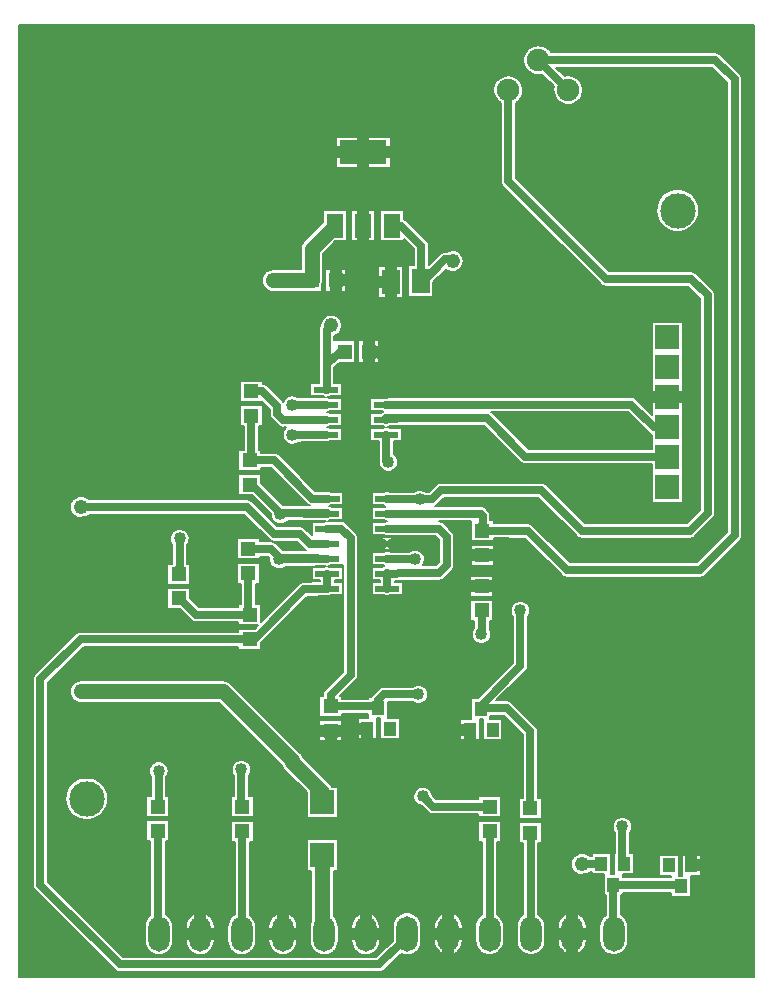
<source format=gbr>
%FSLAX23Y23*%
%MOIN*%
%ADD21O,0.07087X0.11811*%
%ADD18R,0.08000X0.02000*%
%ADD19R,0.08200X0.02000*%
%ADD71R,0.04000X0.04500*%
%ADD22R,0.04500X0.05118*%
%ADD20R,0.05118X0.04500*%
%ADD17R,0.05512X0.07874*%
%ADD24R,0.06000X0.08000*%
%ADD16R,0.15748X0.07874*%
%ADD70R,0.08000X0.08000*%
%ADD23R,0.08000X0.08000*%
%ADD10C,0.00500*%
%ADD29C,0.02500*%
%ADD27C,0.02520*%
%ADD73C,0.03937*%
%ADD28C,0.04000*%
%ADD26C,0.04800*%
%ADD72C,0.05000*%
%ADD75C,0.07500*%
%ADD15C,0.11811*%
X000Y000D02*
D02*
D10*
X028Y176D02*
X1229D01*
Y193*
X364*
X357Y194*
X351Y197*
X346Y201*
X081Y466*
X077Y471*
X074Y477*
X073Y484*
Y1169*
X074Y1175*
X077Y1181*
X081Y1186*
X215Y1321*
X221Y1325*
X227Y1327*
X233Y1328*
X758*
Y1338*
X813*
X823Y1349*
X758*
Y1359*
X619*
X612Y1359*
X606Y1362*
X601Y1366*
X563Y1404*
X522*
Y1484*
X522*
Y1554*
X538*
Y1618*
X534Y1624*
X532Y1631*
X531Y1639*
X532Y1648*
X536Y1656*
X542Y1663*
X550Y1668*
X559Y1671*
X568*
X577Y1668*
X585Y1663*
X591Y1656*
X595Y1648*
X596Y1639*
X595Y1631*
X593Y1624*
X589Y1618*
Y1554*
X599*
Y1484*
X522*
Y1474*
X599*
Y1439*
X629Y1409*
X758*
Y1419*
X766*
Y1488*
X753*
Y1558*
X830*
Y1488*
X817*
Y1419*
X835*
Y1360*
X961Y1486*
X966Y1490*
X971Y1493*
X978Y1494*
X1030Y1496*
Y1499*
X1003*
Y1544*
X1044*
X1051Y1546*
X979Y1543*
X979Y1543*
X914*
X906Y1538*
X896Y1536*
X886Y1537*
X877Y1541*
X869Y1547*
X864Y1555*
X861Y1565*
X862Y1575*
X858Y1578*
X830*
Y1569*
X753*
Y1639*
X830*
Y1629*
X869*
X875Y1628*
X881Y1625*
X886Y1621*
X909Y1599*
X985*
X978Y1604*
X953Y1628*
X879*
X872Y1629*
X866Y1632*
X861Y1636*
X778Y1718*
X260*
X253Y1712*
X244Y1709*
X234Y1707*
X225Y1708*
X216Y1712*
X208Y1718*
X202Y1725*
X198Y1734*
X197Y1744*
X198Y1753*
X202Y1762*
X208Y1770*
X216Y1775*
X225Y1779*
X234Y1780*
X244Y1779*
X253Y1775*
X260Y1769*
X789*
X795Y1768*
X801Y1765*
X806Y1761*
X889Y1679*
X964*
X970Y1678*
X976Y1675*
X981Y1671*
X1003Y1650*
Y1694*
X1044*
X1052Y1696*
X924Y1698*
X916Y1691*
X907Y1687*
X897Y1686*
X888Y1688*
X879Y1693*
X872Y1700*
X868Y1709*
X866Y1719*
X866Y1721*
X804Y1783*
X758*
Y1853*
X835*
Y1823*
X908Y1750*
X911Y1749*
X996*
X991Y1751*
X987Y1754*
X868Y1873*
X835Y1873*
Y1864*
X758*
Y1934*
X776*
Y2013*
X763*
Y2083*
X840*
X844Y2088*
X838Y2094*
X763*
Y2164*
X840*
Y2154*
X846Y2153*
X851Y2150*
X856Y2146*
X906Y2096*
X908Y2095*
X913Y2103*
X920Y2110*
X929Y2115*
X938Y2116*
X948Y2115*
X957Y2110*
X1049*
X1041Y2113*
X999*
Y2158*
X1028*
Y2334*
X1029Y2340*
X1032Y2347*
X1032Y2349*
X1033Y2358*
X1037Y2367*
X1043Y2374*
X1050Y2380*
X1059Y2384*
X1069Y2385*
Y2461*
X1049*
Y2537*
X1041*
Y2499*
X1040Y2492*
X1039Y2486*
Y2461*
X969*
Y2462*
X880*
X869Y2461*
X859Y2464*
X850Y2469*
X843Y2477*
X838Y2486*
X836Y2497*
X837Y2507*
X841Y2517*
X847Y2525*
X848Y2526*
X855Y2532*
X864Y2535*
X874Y2537*
X966*
Y2604*
X967Y2613*
X971Y2622*
X977Y2630*
X1017Y2670*
X1041Y2694*
Y2733*
X1310*
Y2704*
X1315Y2702*
X1319Y2699*
X1386Y2631*
X1390Y2626*
X1393Y2620*
X1394Y2614*
Y2549*
X1431Y2586*
X1436Y2590*
X1442Y2593*
X1449Y2594*
X1453*
X1462Y2598*
X1471Y2600*
X1481Y2599*
X1491Y2596*
X1499Y2590*
X1505Y2582*
X1509Y2573*
X1510Y2564*
X1509Y2553*
X1504Y2544*
X1498Y2536*
X1489Y2531*
X1480Y2528*
X1469Y2527*
X1459Y2530*
X1451Y2535*
X1409Y2493*
Y2444*
X1309*
Y2442*
X1224*
Y2547*
X1309*
Y2444*
X1324*
Y2549*
X1343*
Y2603*
X1310Y2637*
Y2629*
X1230*
Y2733*
X1215*
Y2629*
X1135*
Y2733*
X1121*
Y2874*
X1084*
Y2978*
X1266*
Y2874*
X1121*
Y2629*
X1082*
X1070Y2617*
X1070Y2617*
X1041Y2588*
Y2537*
X1119*
Y2461*
X1069*
Y2385*
X1079Y2384*
X1088Y2379*
X1096Y2372*
X1102Y2364*
X1105Y2354*
X1105Y2343*
X1102Y2333*
X1096Y2325*
X1088Y2318*
X1079Y2313*
Y2300*
X1159*
Y2300*
X1229*
Y2223*
X1159*
Y2300*
X1149*
Y2223*
X1094*
X1079Y2208*
Y2158*
X1104*
Y2113*
X1065*
X1060Y2111*
X1055Y2110*
X1063Y2108*
X1104*
Y2063*
X1063*
X1058Y2061*
X1054Y2060*
X1058Y2059*
X1063Y2058*
X1104*
Y2013*
X1063*
X1058Y2011*
X1054Y2010*
X1058Y2009*
X1063Y2008*
X1104*
Y1963*
X1063*
X1057Y1961*
X1052Y1960*
X972*
X968Y1959*
X964Y1958*
X959*
X951Y1954*
X942Y1951*
X933Y1952*
X924Y1954*
X917Y1960*
X911Y1967*
X907Y1975*
X906Y1984*
X908Y1993*
X912Y2002*
X918Y2009*
X909Y2008*
X902Y2009*
X896Y2012*
X891Y2016*
X871Y2036*
X867Y2041*
X864Y2047*
X863Y2054*
Y2068*
X844Y2088*
X840Y2083*
Y2013*
X827*
Y1934*
X835*
Y1924*
X879Y1924*
X885Y1923*
X891Y1920*
X896Y1916*
X1015Y1797*
X1056*
X1061Y1797*
X1067Y1795*
X1108*
Y1750*
X1067*
X1062Y1748*
X1066Y1746*
X1070Y1744*
X1108*
Y1699*
X1066*
X1058Y1696*
X1101*
X1107Y1696*
X1113Y1693*
X1119Y1689*
X1151Y1656*
X1155Y1651*
X1158Y1645*
X1159Y1639*
Y1184*
X1158Y1177*
X1155Y1171*
X1151Y1166*
X1099Y1114*
X1105*
Y1104*
X1191*
Y1109*
X1201*
X1203Y1113*
X1206Y1116*
X1226Y1136*
X1231Y1140*
X1237Y1143*
X1244Y1144*
X1338*
X1346Y1148*
X1355Y1151*
X1364Y1151*
X1372Y1148*
X1380Y1143*
X1386Y1136*
X1390Y1128*
X1391Y1119*
X1390Y1110*
X1386Y1101*
X1380Y1094*
X1372Y1089*
X1364Y1086*
X1355Y1086*
X1346Y1089*
X1338Y1093*
X1256*
Y1039*
X1296*
Y969*
X1231*
Y1039*
X1221*
Y969*
X1156*
Y1039*
X1191*
Y1054*
X1105*
Y1033*
X1105*
Y963*
X1028*
Y1033*
X1105*
Y1044*
X1028*
Y1114*
X1041*
Y1117*
X1042Y1123*
X1045Y1129*
X1049Y1134*
X1108Y1194*
Y1549*
X1066*
X1062Y1547*
X1057Y1546*
X1062Y1545*
X1066Y1544*
X1108*
Y1499*
X1080*
Y1494*
X1108*
Y1449*
X1066*
X1061Y1447*
X1056Y1446*
X989Y1444*
X835Y1289*
Y1268*
X758*
Y1278*
X244*
X164Y1198*
X207Y1155*
X215Y1161*
X224Y1165*
X234Y1166*
X709*
X718Y1165*
X727Y1161*
X735Y1155*
X965Y925*
X970Y919*
X974Y911*
X1065Y820*
X1069Y816*
X1072Y811*
X1091*
Y706*
X986*
Y793*
X912Y867*
X907Y873*
X903Y881*
X693Y1091*
X234*
X224Y1092*
X215Y1096*
X207Y1102*
X201Y1110*
X197Y1119*
X196Y1129*
X197Y1138*
X201Y1147*
X207Y1155*
X164Y1198*
X124Y1158*
Y771*
X182*
X183Y786*
X188Y800*
X195Y813*
X205Y824*
X218Y833*
X231Y839*
X246Y842*
X261*
X275Y839*
X289Y833*
X301Y824*
X311Y813*
X319Y800*
X323Y786*
X325Y771*
X323Y756*
X319Y742*
X311Y729*
X301Y718*
X289Y709*
X275Y703*
X261Y700*
X246*
X231Y703*
X218Y709*
X205Y718*
X195Y729*
X188Y742*
X183Y756*
X182Y771*
X124*
Y494*
X374Y244*
X494*
Y250*
X483Y251*
X473Y255*
X464Y260*
X456Y268*
X451Y277*
X447Y287*
X446Y298*
Y345*
X447Y356*
X451Y367*
X457Y376*
X465Y384*
Y629*
X452*
Y709*
X452*
Y779*
X468*
Y843*
X464Y849*
X462Y856*
X461Y864*
X462Y873*
X466Y881*
X472Y888*
X480Y893*
X489Y896*
X498*
X507Y893*
X515Y888*
X521Y881*
X525Y873*
X526Y864*
X525Y856*
X523Y849*
X519Y843*
Y779*
X529*
Y709*
X452*
Y699*
X529*
Y629*
X516*
Y388*
X524Y382*
X532Y374*
X537Y365*
X541Y355*
X542Y345*
Y298*
X541Y287*
X537Y277*
X531Y268*
X524Y260*
X515Y255*
X505Y251*
X494Y250*
Y244*
X632*
Y250*
X621Y251*
X611Y255*
X602Y260*
X594Y268*
X589Y277*
X585Y287*
X584Y298*
Y345*
X585Y356*
X589Y367*
X596Y377*
X604Y384*
X615Y390*
X626Y393*
X637*
X649Y390*
X659Y384*
X668Y377*
X674Y367*
X678Y356*
X680Y345*
Y298*
X678Y287*
X675Y277*
X669Y268*
X662Y260*
X653Y255*
X642Y251*
X632Y250*
Y244*
X770*
Y250*
X759Y251*
X749Y255*
X740Y260*
X732Y268*
X726Y277*
X723Y287*
X722Y298*
Y345*
X723Y355*
X726Y365*
X731Y374*
X738Y381*
X746Y387*
Y628*
X733*
Y709*
X733*
Y779*
X743*
Y848*
X739Y854*
X737Y861*
X736Y869*
X737Y878*
X741Y886*
X747Y893*
X755Y898*
X764Y901*
X773*
X782Y898*
X790Y893*
X796Y886*
X800Y878*
X801Y869*
X800Y861*
X798Y854*
X794Y848*
Y779*
X810*
Y709*
X733*
Y698*
X810*
Y628*
X797*
Y384*
X805Y377*
X812Y367*
X816Y356*
X817Y345*
Y298*
X816Y287*
X813Y277*
X807Y268*
X799Y260*
X790Y255*
X780Y251*
X770Y250*
Y244*
X907*
Y250*
X897Y251*
X887Y255*
X877Y260*
X870Y268*
X864Y277*
X861Y287*
X859Y298*
Y345*
X861Y356*
X865Y367*
X871Y377*
X880Y384*
X890Y390*
X902Y393*
X913*
X924Y390*
X935Y384*
X943Y377*
X950Y367*
X954Y356*
X955Y345*
Y298*
X954Y287*
X950Y277*
X945Y268*
X937Y260*
X928Y255*
X918Y251*
X907Y250*
Y244*
X1045*
Y250*
X1034Y251*
X1024Y255*
X1015Y260*
X1008Y268*
X1002Y277*
X998Y287*
X997Y298*
Y345*
X998Y355*
X1001Y364*
Y531*
X986*
Y636*
X1091*
Y531*
X1076*
Y382*
X1083Y374*
X1089Y365*
X1092Y355*
X1093Y345*
Y298*
X1092Y287*
X1088Y277*
X1083Y268*
X1075Y260*
X1066Y255*
X1056Y251*
X1045Y250*
Y244*
X1183*
Y250*
X1172Y251*
X1162Y255*
X1153Y260*
X1145Y268*
X1140Y277*
X1136Y287*
X1135Y298*
Y345*
X1136Y356*
X1140Y367*
X1147Y377*
X1156Y384*
X1166Y390*
X1177Y393*
X1189*
X1200Y390*
X1210Y384*
X1219Y377*
X1225Y367*
X1229Y356*
X1231Y345*
Y298*
X1230Y287*
X1226Y277*
X1220Y268*
X1213Y260*
X1204Y255*
X1194Y251*
X1183Y250*
Y244*
X1218*
X1273Y298*
Y345*
X1274Y356*
X1278Y367*
X1285Y377*
X1293Y384*
X1304Y390*
X1315Y393*
X1326*
X1338Y390*
X1348Y384*
X1357Y377*
X1363Y367*
X1367Y356*
X1369Y345*
X1411*
X1412Y356*
X1416Y367*
X1423Y377*
X1431Y384*
X1441Y390*
X1453Y393*
X1464*
X1475Y390*
X1486Y384*
X1494Y377*
X1501Y367*
X1505Y356*
X1506Y345*
X1548*
X1549Y355*
X1552Y364*
X1557Y373*
X1564Y380*
X1571Y386*
Y628*
X1558*
Y709*
X1558*
Y719*
X1409*
X1402Y719*
X1396Y722*
X1391Y726*
X1370Y746*
X1361Y749*
X1353Y753*
X1347Y761*
X1342Y769*
X1341Y779*
X1343Y788*
X1347Y797*
X1354Y804*
X1362Y809*
X1372Y811*
X1382Y810*
X1391Y806*
X1398Y800*
X1403Y791*
X1406Y782*
X1419Y769*
X1558*
Y779*
X1635*
Y709*
X1558*
Y698*
X1635*
Y628*
X1622*
Y386*
X1631Y378*
X1638Y368*
X1643Y357*
X1644Y345*
X1686*
X1688Y357*
X1692Y368*
X1699Y378*
X1709Y386*
X1709Y623*
X1693*
Y704*
X1693*
Y774*
X1706*
Y985*
X1643Y1048*
X1599*
Y1036*
X1639*
Y966*
X1574*
Y1036*
X1564*
Y966*
X1499*
Y1036*
X1534*
Y1106*
X1556*
X1673Y1224*
Y1378*
X1669Y1384*
X1667Y1391*
X1666Y1399*
X1667Y1408*
X1671Y1416*
X1677Y1423*
X1685Y1428*
X1694Y1431*
X1703*
X1712Y1428*
X1720Y1423*
X1726Y1416*
X1730Y1408*
X1731Y1399*
X1730Y1391*
X1728Y1384*
X1724Y1378*
Y1214*
X1723Y1207*
X1720Y1201*
X1716Y1196*
X1619Y1099*
X1654*
X1660Y1098*
X1666Y1095*
X1671Y1091*
X1749Y1013*
X1753Y1008*
X1756Y1002*
X1757Y996*
Y774*
X1770*
Y704*
X1693*
Y693*
X1770*
Y623*
X1759*
X1759Y386*
X1769Y378*
X1776Y368*
X1780Y357*
X1782Y345*
X1824*
X1825Y356*
X1829Y367*
X1836Y377*
X1845Y384*
X1855Y390*
X1866Y393*
X1878*
X1889Y390*
X1899Y384*
X1908Y377*
X1914Y367*
X1918Y356*
X1920Y345*
X1962*
X1963Y357*
X1968Y368*
X1974Y378*
X1984Y385*
Y449*
X1976*
Y519*
X1936*
Y528*
X1930*
X1923Y522*
X1914Y519*
X1904Y517*
X1895Y518*
X1886Y522*
X1878Y528*
X1872Y535*
X1868Y544*
X1867Y554*
X1868Y563*
X1872Y572*
X1878Y580*
X1886Y585*
X1895Y589*
X1904Y590*
X1914Y589*
X1923Y585*
X1930Y579*
X1936*
Y589*
X2001*
Y519*
X2011*
Y589*
X2013*
Y658*
X2009Y664*
X2007Y671*
X2006Y679*
X2007Y688*
X2011Y696*
X2017Y703*
X2025Y708*
X2034Y711*
X2043*
X2052Y708*
X2060Y703*
X2066Y696*
X2070Y688*
X2071Y679*
X2070Y671*
X2068Y664*
X2064Y658*
Y589*
X2076*
Y519*
X2041*
Y509*
X2201*
Y514*
X2161*
Y584*
X2226*
Y514*
X2236*
Y584*
X2301*
Y514*
X2266*
Y444*
X2201*
Y458*
X2041*
Y449*
X2034*
Y387*
X2042Y381*
X2048Y373*
X2053Y365*
X2057Y355*
X2058Y345*
Y298*
X2056Y286*
X2052Y275*
X2046Y266*
X2037Y258*
X2027Y253*
X2015Y250*
X2004*
X1993Y253*
X1982Y258*
X1974Y266*
X1967Y275*
X1963Y286*
X1962Y298*
Y345*
X1920*
Y298*
X1918Y286*
X1914Y275*
X1908Y266*
X1899Y258*
X1889Y253*
X1878Y250*
X1866*
X1855Y253*
X1845Y258*
X1836Y266*
X1829Y275*
X1825Y286*
X1824Y298*
Y345*
X1782*
Y298*
X1781Y286*
X1777Y275*
X1770Y266*
X1761Y258*
X1751Y253*
X1740Y250*
X1728*
X1717Y253*
X1707Y258*
X1698Y266*
X1692Y275*
X1688Y286*
X1686Y298*
Y345*
X1644*
Y298*
X1643Y286*
X1639Y275*
X1632Y266*
X1624Y258*
X1613Y253*
X1602Y250*
X1590*
X1579Y253*
X1569Y258*
X1560Y266*
X1554Y275*
X1550Y286*
X1548Y298*
Y345*
X1506*
Y298*
X1505Y286*
X1501Y275*
X1494Y266*
X1486Y258*
X1475Y253*
X1464Y250*
X1453*
X1441Y253*
X1431Y258*
X1423Y266*
X1416Y275*
X1412Y286*
X1411Y298*
Y345*
X1369*
Y298*
X1367Y286*
X1363Y275*
X1356Y265*
X1346Y257*
X1335Y252*
X1323Y250*
X1311Y251*
X1300Y255*
X1246Y201*
X1241Y197*
X1235Y194*
X1229Y193*
Y176*
X2478*
Y3169*
X2439*
Y1649*
X2438Y1642*
X2435Y1636*
X2431Y1631*
X2316Y1516*
X2311Y1512*
X2305Y1509*
X2299Y1508*
X1854*
X1847Y1509*
X1841Y1512*
X1836Y1516*
X1713Y1638*
X1610Y1639*
Y1618*
X1610*
Y1548*
X1533*
Y1514*
X1609*
Y1434*
X1609*
Y1364*
X1596*
Y1337*
X1600Y1328*
X1601Y1319*
X1600Y1309*
X1596Y1301*
X1590Y1294*
X1582Y1289*
X1573Y1286*
X1564*
X1555Y1289*
X1547Y1294*
X1541Y1301*
X1537Y1309*
X1536Y1319*
X1537Y1327*
X1540Y1335*
X1545Y1341*
Y1364*
X1532*
Y1434*
X1609*
Y1444*
X1532*
Y1514*
X1533*
Y1618*
X1610*
Y1629*
X1533*
Y1696*
X1429*
X1437Y1694*
X1444Y1689*
X1471Y1661*
X1475Y1656*
X1478Y1650*
X1479Y1644*
Y1549*
X1478Y1542*
X1475Y1536*
X1471Y1531*
X1446Y1506*
X1441Y1502*
X1435Y1499*
X1429Y1498*
X1324*
X1280Y1497*
Y1494*
X1308*
Y1449*
X1266*
X1259Y1446*
X1251*
X1244Y1449*
X1203*
Y1494*
X1230*
Y1499*
X1203*
Y1544*
X1239*
X1243Y1546*
X1240Y1549*
X1203*
Y1594*
X1244*
X1249Y1596*
X1255Y1596*
Y1599*
X1203*
Y1644*
X1308*
Y1599*
X1255*
Y1596*
X1261Y1596*
X1266Y1594*
X1308*
Y1594*
X1328*
X1336Y1599*
X1345Y1601*
X1355Y1601*
X1364Y1597*
X1371Y1592*
X1377Y1584*
X1380Y1576*
X1381Y1566*
X1379Y1557*
X1374Y1549*
X1418*
X1428Y1559*
Y1633*
X1415Y1646*
X1255*
X1249Y1647*
X1244Y1649*
X1203*
Y1694*
X1244*
X1248Y1695*
X1253Y1696*
X1248Y1697*
X1244Y1699*
X1203*
Y1744*
X1244*
X1247Y1745*
X1240Y1749*
X1203*
Y1794*
X1244*
X1251Y1796*
X1259*
X1266Y1794*
X1308*
Y1794*
X1343*
X1351Y1798*
X1359Y1801*
X1368*
X1377Y1798*
X1384Y1794*
X1393*
X1416Y1816*
X1421Y1820*
X1427Y1823*
X1434Y1824*
X1769*
X1775Y1823*
X1781Y1820*
X1786Y1816*
X1914Y1689*
X2253*
X2281Y1716*
X2241Y1756*
X2136*
Y1887*
X1715*
X1709Y1888*
X1703Y1890*
X1697Y1894*
X1578Y2013*
X1304*
Y2013*
X1263*
X1258Y2011*
X1254Y2010*
X1258Y2009*
X1263Y2008*
X1305*
Y1963*
X1277*
Y1920*
X1283Y1915*
X1287Y1909*
X1290Y1901*
X1291Y1894*
X1290Y1884*
X1286Y1876*
X1280Y1869*
X1272Y1864*
X1263Y1861*
X1254*
X1245Y1864*
X1237Y1869*
X1231Y1876*
X1227Y1884*
X1226Y1894*
X1227Y1899*
X1227Y1900*
Y1963*
X1198*
Y2008*
X1241*
X1245Y2009*
X1249Y2010*
X1245Y2011*
X1241Y2013*
X1199*
Y2058*
X1235*
X1242Y2062*
X1241Y2063*
X1199*
Y2108*
X1241*
X1246Y2110*
X1252Y2110*
Y2113*
X1199*
Y2158*
X1304*
Y2113*
X1252*
Y2110*
X2067*
X2073Y2109*
X2080Y2107*
X2085Y2103*
X2136Y2052*
Y2361*
X2241*
Y1756*
X2281Y1716*
X2298Y1734*
Y2438*
X2258Y2478*
X1984*
X1977Y2479*
X1971Y2482*
X1966Y2486*
X1641Y2811*
X1637Y2816*
X1634Y2822*
X1633Y2829*
Y3090*
X1624Y3097*
X1616Y3107*
X1611Y3117*
X1609Y3129*
X1609Y3141*
X1612Y3152*
X1618Y3163*
X1626Y3171*
X1636Y3178*
X1647Y3182*
X1659Y3184*
X1670Y3182*
X1681Y3178*
X1691Y3171*
X1699Y3163*
X1705Y3152*
X1708Y3141*
X1708Y3129*
X1706Y3117*
X1701Y3107*
X1693Y3097*
X1684Y3090*
Y2839*
X1994Y2529*
X2269*
X2275Y2528*
X2281Y2525*
X2286Y2521*
X2341Y2466*
X2345Y2461*
X2348Y2455*
X2349Y2449*
Y1724*
X2348Y1717*
X2345Y1711*
X2341Y1706*
X2281Y1646*
X2276Y1642*
X2270Y1639*
X2264Y1638*
X1904*
X1897Y1639*
X1891Y1642*
X1886Y1646*
X1758Y1773*
X1444*
X1421Y1751*
X1415Y1746*
X1566*
X1572Y1746*
X1578Y1743*
X1584Y1739*
X1591Y1731*
X1595Y1726*
X1598Y1719*
X1599Y1713*
X1598Y1699*
X1610*
Y1689*
X1724Y1689*
X1730Y1688*
X1736Y1685*
X1741Y1681*
X1864Y1559*
X2288*
X2388Y1659*
Y2732*
X2294*
X2293Y2718*
X2288Y2703*
X2281Y2690*
X2271Y2679*
X2258Y2670*
X2245Y2664*
X2230Y2661*
X2215*
X2201Y2664*
X2187Y2670*
X2175Y2679*
X2165Y2690*
X2157Y2703*
X2153Y2718*
X2151Y2732*
X2153Y2747*
X2157Y2761*
X2165Y2774*
X2175Y2786*
X2187Y2794*
X2201Y2800*
X2215Y2804*
X2230*
X2245Y2800*
X2258Y2794*
X2271Y2786*
X2281Y2774*
X2288Y2761*
X2293Y2747*
X2294Y2732*
X2388*
Y3158*
X2338Y3208*
X1819*
X1846Y3182*
X1852Y3183*
X1859Y3184*
X1871Y3182*
X1882Y3178*
X1892Y3171*
X1900Y3162*
X1905Y3151*
X1908Y3140*
Y3128*
X1905Y3116*
X1900Y3105*
X1892Y3096*
X1882Y3089*
X1871Y3085*
X1859Y3084*
X1847Y3085*
X1836Y3089*
X1827Y3095*
X1819Y3103*
X1813Y3113*
X1810Y3124*
X1809Y3135*
X1810Y3146*
X1771Y3185*
X1765Y3184*
X1759Y3184*
X1747Y3185*
X1735Y3189*
X1725Y3196*
X1717Y3205*
X1712Y3216*
X1709Y3228*
Y3240*
X1712Y3251*
X1717Y3262*
X1725Y3271*
X1735Y3278*
X1747Y3282*
X1759Y3284*
X1769Y3282*
X1779Y3279*
X1788Y3274*
X1796Y3267*
X1802Y3259*
X2349*
X2355Y3258*
X2361Y3255*
X2366Y3251*
X2431Y3186*
X2435Y3181*
X2438Y3175*
X2439Y3169*
X2478*
Y3352*
X028*
Y176*
G36*
X1229*
Y193*
X364*
X357Y194*
X351Y197*
X346Y201*
X081Y466*
X077Y471*
X074Y477*
X073Y484*
Y1169*
X074Y1175*
X077Y1181*
X081Y1186*
X215Y1321*
X221Y1325*
X227Y1327*
X233Y1328*
X758*
Y1338*
X813*
X823Y1349*
X758*
Y1359*
X619*
X612Y1359*
X606Y1362*
X601Y1366*
X563Y1404*
X522*
Y1484*
X522*
Y1554*
X538*
Y1618*
X534Y1624*
X532Y1631*
X531Y1639*
X532Y1648*
X536Y1656*
X542Y1663*
X550Y1668*
X559Y1671*
X568*
X577Y1668*
X585Y1663*
X591Y1656*
X595Y1648*
X596Y1639*
X595Y1631*
X593Y1624*
X589Y1618*
Y1554*
X599*
Y1484*
X522*
Y1474*
X599*
Y1439*
X629Y1409*
X758*
Y1419*
X766*
Y1488*
X753*
Y1558*
X830*
Y1488*
X817*
Y1419*
X835*
Y1360*
X961Y1486*
X966Y1490*
X971Y1493*
X978Y1494*
X1030Y1496*
Y1499*
X1003*
Y1544*
X1044*
X1051Y1546*
X979Y1543*
X979Y1543*
X914*
X906Y1538*
X896Y1536*
X886Y1537*
X877Y1541*
X869Y1547*
X864Y1555*
X861Y1565*
X862Y1575*
X858Y1578*
X830*
Y1569*
X753*
Y1639*
X830*
Y1629*
X869*
X875Y1628*
X881Y1625*
X886Y1621*
X909Y1599*
X985*
X978Y1604*
X953Y1628*
X879*
X872Y1629*
X866Y1632*
X861Y1636*
X778Y1718*
X260*
X253Y1712*
X244Y1709*
X234Y1707*
X225Y1708*
X216Y1712*
X208Y1718*
X202Y1725*
X198Y1734*
X197Y1744*
X198Y1753*
X202Y1762*
X208Y1770*
X216Y1775*
X225Y1779*
X234Y1780*
X244Y1779*
X253Y1775*
X260Y1769*
X789*
X795Y1768*
X801Y1765*
X806Y1761*
X889Y1679*
X964*
X970Y1678*
X976Y1675*
X981Y1671*
X1003Y1650*
Y1694*
X1044*
X1052Y1696*
X924Y1698*
X916Y1691*
X907Y1687*
X897Y1686*
X888Y1688*
X879Y1693*
X872Y1700*
X868Y1709*
X866Y1719*
X866Y1721*
X804Y1783*
X758*
Y1853*
X835*
Y1823*
X908Y1750*
X911Y1749*
X996*
X991Y1751*
X987Y1754*
X868Y1873*
X835Y1873*
Y1864*
X758*
Y1934*
X776*
Y2013*
X763*
Y2083*
X840*
X844Y2088*
X838Y2094*
X763*
Y2164*
X840*
Y2154*
X846Y2153*
X851Y2150*
X856Y2146*
X906Y2096*
X908Y2095*
X913Y2103*
X920Y2110*
X929Y2115*
X938Y2116*
X948Y2115*
X957Y2110*
X1049*
X1041Y2113*
X999*
Y2158*
X1028*
Y2334*
X1029Y2340*
X1032Y2347*
X1032Y2349*
X1033Y2358*
X1037Y2367*
X1043Y2374*
X1050Y2380*
X1059Y2384*
X1069Y2385*
Y2461*
X1049*
Y2537*
X1041*
Y2499*
X1040Y2492*
X1039Y2486*
Y2461*
X969*
Y2462*
X880*
X869Y2461*
X859Y2464*
X850Y2469*
X843Y2477*
X838Y2486*
X836Y2497*
X837Y2507*
X841Y2517*
X847Y2525*
X848Y2526*
X855Y2532*
X864Y2535*
X874Y2537*
X966*
Y2604*
X967Y2613*
X971Y2622*
X977Y2630*
X1017Y2670*
X1041Y2694*
Y2733*
X1310*
Y2704*
X1315Y2702*
X1319Y2699*
X1386Y2631*
X1390Y2626*
X1393Y2620*
X1394Y2614*
Y2549*
X1431Y2586*
X1436Y2590*
X1442Y2593*
X1449Y2594*
X1453*
X1462Y2598*
X1471Y2600*
X1481Y2599*
X1491Y2596*
X1499Y2590*
X1505Y2582*
X1509Y2573*
X1510Y2564*
X1509Y2553*
X1504Y2544*
X1498Y2536*
X1489Y2531*
X1480Y2528*
X1469Y2527*
X1459Y2530*
X1451Y2535*
X1409Y2493*
Y2444*
X1309*
Y2442*
X1224*
Y2547*
X1309*
Y2444*
X1324*
Y2549*
X1343*
Y2603*
X1310Y2637*
Y2629*
X1230*
Y2733*
X1215*
Y2629*
X1135*
Y2733*
X1121*
Y2874*
X1084*
Y2978*
X1266*
Y2874*
X1121*
Y2629*
X1082*
X1070Y2617*
X1070Y2617*
X1041Y2588*
Y2537*
X1119*
Y2461*
X1069*
Y2385*
X1079Y2384*
X1088Y2379*
X1096Y2372*
X1102Y2364*
X1105Y2354*
X1105Y2343*
X1102Y2333*
X1096Y2325*
X1088Y2318*
X1079Y2313*
Y2300*
X1159*
Y2300*
X1229*
Y2223*
X1159*
Y2300*
X1149*
Y2223*
X1094*
X1079Y2208*
Y2158*
X1104*
Y2113*
X1065*
X1060Y2111*
X1055Y2110*
X1063Y2108*
X1104*
Y2063*
X1063*
X1058Y2061*
X1054Y2060*
X1058Y2059*
X1063Y2058*
X1104*
Y2013*
X1063*
X1058Y2011*
X1054Y2010*
X1058Y2009*
X1063Y2008*
X1104*
Y1963*
X1063*
X1057Y1961*
X1052Y1960*
X972*
X968Y1959*
X964Y1958*
X959*
X951Y1954*
X942Y1951*
X933Y1952*
X924Y1954*
X917Y1960*
X911Y1967*
X907Y1975*
X906Y1984*
X908Y1993*
X912Y2002*
X918Y2009*
X909Y2008*
X902Y2009*
X896Y2012*
X891Y2016*
X871Y2036*
X867Y2041*
X864Y2047*
X863Y2054*
Y2068*
X844Y2088*
X840Y2083*
Y2013*
X827*
Y1934*
X835*
Y1924*
X879Y1924*
X885Y1923*
X891Y1920*
X896Y1916*
X1015Y1797*
X1056*
X1061Y1797*
X1067Y1795*
X1108*
Y1750*
X1067*
X1062Y1748*
X1066Y1746*
X1070Y1744*
X1108*
Y1699*
X1066*
X1058Y1696*
X1101*
X1107Y1696*
X1113Y1693*
X1119Y1689*
X1151Y1656*
X1155Y1651*
X1158Y1645*
X1159Y1639*
Y1184*
X1158Y1177*
X1155Y1171*
X1151Y1166*
X1099Y1114*
X1105*
Y1104*
X1191*
Y1109*
X1201*
X1203Y1113*
X1206Y1116*
X1226Y1136*
X1231Y1140*
X1237Y1143*
X1244Y1144*
X1338*
X1346Y1148*
X1355Y1151*
X1364Y1151*
X1372Y1148*
X1380Y1143*
X1386Y1136*
X1390Y1128*
X1391Y1119*
X1390Y1110*
X1386Y1101*
X1380Y1094*
X1372Y1089*
X1364Y1086*
X1355Y1086*
X1346Y1089*
X1338Y1093*
X1256*
Y1039*
X1296*
Y969*
X1231*
Y1039*
X1221*
Y969*
X1156*
Y1039*
X1191*
Y1054*
X1105*
Y1033*
X1105*
Y963*
X1028*
Y1033*
X1105*
Y1044*
X1028*
Y1114*
X1041*
Y1117*
X1042Y1123*
X1045Y1129*
X1049Y1134*
X1108Y1194*
Y1549*
X1066*
X1062Y1547*
X1057Y1546*
X1062Y1545*
X1066Y1544*
X1108*
Y1499*
X1080*
Y1494*
X1108*
Y1449*
X1066*
X1061Y1447*
X1056Y1446*
X989Y1444*
X835Y1289*
Y1268*
X758*
Y1278*
X244*
X164Y1198*
X207Y1155*
X215Y1161*
X224Y1165*
X234Y1166*
X709*
X718Y1165*
X727Y1161*
X735Y1155*
X965Y925*
X970Y919*
X974Y911*
X1065Y820*
X1069Y816*
X1072Y811*
X1091*
Y706*
X986*
Y793*
X912Y867*
X907Y873*
X903Y881*
X693Y1091*
X234*
X224Y1092*
X215Y1096*
X207Y1102*
X201Y1110*
X197Y1119*
X196Y1129*
X197Y1138*
X201Y1147*
X207Y1155*
X164Y1198*
X124Y1158*
Y771*
X182*
X183Y786*
X188Y800*
X195Y813*
X205Y824*
X218Y833*
X231Y839*
X246Y842*
X261*
X275Y839*
X289Y833*
X301Y824*
X311Y813*
X319Y800*
X323Y786*
X325Y771*
X323Y756*
X319Y742*
X311Y729*
X301Y718*
X289Y709*
X275Y703*
X261Y700*
X246*
X231Y703*
X218Y709*
X205Y718*
X195Y729*
X188Y742*
X183Y756*
X182Y771*
X124*
Y494*
X374Y244*
X494*
Y250*
X483Y251*
X473Y255*
X464Y260*
X456Y268*
X451Y277*
X447Y287*
X446Y298*
Y345*
X447Y356*
X451Y367*
X457Y376*
X465Y384*
Y629*
X452*
Y709*
X452*
Y779*
X468*
Y843*
X464Y849*
X462Y856*
X461Y864*
X462Y873*
X466Y881*
X472Y888*
X480Y893*
X489Y896*
X498*
X507Y893*
X515Y888*
X521Y881*
X525Y873*
X526Y864*
X525Y856*
X523Y849*
X519Y843*
Y779*
X529*
Y709*
X452*
Y699*
X529*
Y629*
X516*
Y388*
X524Y382*
X532Y374*
X537Y365*
X541Y355*
X542Y345*
Y298*
X541Y287*
X537Y277*
X531Y268*
X524Y260*
X515Y255*
X505Y251*
X494Y250*
Y244*
X632*
Y250*
X621Y251*
X611Y255*
X602Y260*
X594Y268*
X589Y277*
X585Y287*
X584Y298*
Y345*
X585Y356*
X589Y367*
X596Y377*
X604Y384*
X615Y390*
X626Y393*
X637*
X649Y390*
X659Y384*
X668Y377*
X674Y367*
X678Y356*
X680Y345*
Y298*
X678Y287*
X675Y277*
X669Y268*
X662Y260*
X653Y255*
X642Y251*
X632Y250*
Y244*
X770*
Y250*
X759Y251*
X749Y255*
X740Y260*
X732Y268*
X726Y277*
X723Y287*
X722Y298*
Y345*
X723Y355*
X726Y365*
X731Y374*
X738Y381*
X746Y387*
Y628*
X733*
Y709*
X733*
Y779*
X743*
Y848*
X739Y854*
X737Y861*
X736Y869*
X737Y878*
X741Y886*
X747Y893*
X755Y898*
X764Y901*
X773*
X782Y898*
X790Y893*
X796Y886*
X800Y878*
X801Y869*
X800Y861*
X798Y854*
X794Y848*
Y779*
X810*
Y709*
X733*
Y698*
X810*
Y628*
X797*
Y384*
X805Y377*
X812Y367*
X816Y356*
X817Y345*
Y298*
X816Y287*
X813Y277*
X807Y268*
X799Y260*
X790Y255*
X780Y251*
X770Y250*
Y244*
X907*
Y250*
X897Y251*
X887Y255*
X877Y260*
X870Y268*
X864Y277*
X861Y287*
X859Y298*
Y345*
X861Y356*
X865Y367*
X871Y377*
X880Y384*
X890Y390*
X902Y393*
X913*
X924Y390*
X935Y384*
X943Y377*
X950Y367*
X954Y356*
X955Y345*
Y298*
X954Y287*
X950Y277*
X945Y268*
X937Y260*
X928Y255*
X918Y251*
X907Y250*
Y244*
X1045*
Y250*
X1034Y251*
X1024Y255*
X1015Y260*
X1008Y268*
X1002Y277*
X998Y287*
X997Y298*
Y345*
X998Y355*
X1001Y364*
Y531*
X986*
Y636*
X1091*
Y531*
X1076*
Y382*
X1083Y374*
X1089Y365*
X1092Y355*
X1093Y345*
Y298*
X1092Y287*
X1088Y277*
X1083Y268*
X1075Y260*
X1066Y255*
X1056Y251*
X1045Y250*
Y244*
X1183*
Y250*
X1172Y251*
X1162Y255*
X1153Y260*
X1145Y268*
X1140Y277*
X1136Y287*
X1135Y298*
Y345*
X1136Y356*
X1140Y367*
X1147Y377*
X1156Y384*
X1166Y390*
X1177Y393*
X1189*
X1200Y390*
X1210Y384*
X1219Y377*
X1225Y367*
X1229Y356*
X1231Y345*
Y298*
X1230Y287*
X1226Y277*
X1220Y268*
X1213Y260*
X1204Y255*
X1194Y251*
X1183Y250*
Y244*
X1218*
X1273Y298*
Y345*
X1274Y356*
X1278Y367*
X1285Y377*
X1293Y384*
X1304Y390*
X1315Y393*
X1326*
X1338Y390*
X1348Y384*
X1357Y377*
X1363Y367*
X1367Y356*
X1369Y345*
X1411*
X1412Y356*
X1416Y367*
X1423Y377*
X1431Y384*
X1441Y390*
X1453Y393*
X1464*
X1475Y390*
X1486Y384*
X1494Y377*
X1501Y367*
X1505Y356*
X1506Y345*
X1548*
X1549Y355*
X1552Y364*
X1557Y373*
X1564Y380*
X1571Y386*
Y628*
X1558*
Y709*
X1558*
Y719*
X1409*
X1402Y719*
X1396Y722*
X1391Y726*
X1370Y746*
X1361Y749*
X1353Y753*
X1347Y761*
X1342Y769*
X1341Y779*
X1343Y788*
X1347Y797*
X1354Y804*
X1362Y809*
X1372Y811*
X1382Y810*
X1391Y806*
X1398Y800*
X1403Y791*
X1406Y782*
X1419Y769*
X1558*
Y779*
X1635*
Y709*
X1558*
Y698*
X1635*
Y628*
X1622*
Y386*
X1631Y378*
X1638Y368*
X1643Y357*
X1644Y345*
X1686*
X1688Y357*
X1692Y368*
X1699Y378*
X1709Y386*
X1709Y623*
X1693*
Y704*
X1693*
Y774*
X1706*
Y985*
X1643Y1048*
X1599*
Y1036*
X1639*
Y966*
X1574*
Y1036*
X1564*
Y966*
X1499*
Y1036*
X1534*
Y1106*
X1556*
X1673Y1224*
Y1378*
X1669Y1384*
X1667Y1391*
X1666Y1399*
X1667Y1408*
X1671Y1416*
X1677Y1423*
X1685Y1428*
X1694Y1431*
X1703*
X1712Y1428*
X1720Y1423*
X1726Y1416*
X1730Y1408*
X1731Y1399*
X1730Y1391*
X1728Y1384*
X1724Y1378*
Y1214*
X1723Y1207*
X1720Y1201*
X1716Y1196*
X1619Y1099*
X1654*
X1660Y1098*
X1666Y1095*
X1671Y1091*
X1749Y1013*
X1753Y1008*
X1756Y1002*
X1757Y996*
Y774*
X1770*
Y704*
X1693*
Y693*
X1770*
Y623*
X1759*
X1759Y386*
X1769Y378*
X1776Y368*
X1780Y357*
X1782Y345*
X1824*
X1825Y356*
X1829Y367*
X1836Y377*
X1845Y384*
X1855Y390*
X1866Y393*
X1878*
X1889Y390*
X1899Y384*
X1908Y377*
X1914Y367*
X1918Y356*
X1920Y345*
X1962*
X1963Y357*
X1968Y368*
X1974Y378*
X1984Y385*
Y449*
X1976*
Y519*
X1936*
Y528*
X1930*
X1923Y522*
X1914Y519*
X1904Y517*
X1895Y518*
X1886Y522*
X1878Y528*
X1872Y535*
X1868Y544*
X1867Y554*
X1868Y563*
X1872Y572*
X1878Y580*
X1886Y585*
X1895Y589*
X1904Y590*
X1914Y589*
X1923Y585*
X1930Y579*
X1936*
Y589*
X2001*
Y519*
X2011*
Y589*
X2013*
Y658*
X2009Y664*
X2007Y671*
X2006Y679*
X2007Y688*
X2011Y696*
X2017Y703*
X2025Y708*
X2034Y711*
X2043*
X2052Y708*
X2060Y703*
X2066Y696*
X2070Y688*
X2071Y679*
X2070Y671*
X2068Y664*
X2064Y658*
Y589*
X2076*
Y519*
X2041*
Y509*
X2201*
Y514*
X2161*
Y584*
X2226*
Y514*
X2236*
Y584*
X2301*
Y514*
X2266*
Y444*
X2201*
Y458*
X2041*
Y449*
X2034*
Y387*
X2042Y381*
X2048Y373*
X2053Y365*
X2057Y355*
X2058Y345*
Y298*
X2056Y286*
X2052Y275*
X2046Y266*
X2037Y258*
X2027Y253*
X2015Y250*
X2004*
X1993Y253*
X1982Y258*
X1974Y266*
X1967Y275*
X1963Y286*
X1962Y298*
Y345*
X1920*
Y298*
X1918Y286*
X1914Y275*
X1908Y266*
X1899Y258*
X1889Y253*
X1878Y250*
X1866*
X1855Y253*
X1845Y258*
X1836Y266*
X1829Y275*
X1825Y286*
X1824Y298*
Y345*
X1782*
Y298*
X1781Y286*
X1777Y275*
X1770Y266*
X1761Y258*
X1751Y253*
X1740Y250*
X1728*
X1717Y253*
X1707Y258*
X1698Y266*
X1692Y275*
X1688Y286*
X1686Y298*
Y345*
X1644*
Y298*
X1643Y286*
X1639Y275*
X1632Y266*
X1624Y258*
X1613Y253*
X1602Y250*
X1590*
X1579Y253*
X1569Y258*
X1560Y266*
X1554Y275*
X1550Y286*
X1548Y298*
Y345*
X1506*
Y298*
X1505Y286*
X1501Y275*
X1494Y266*
X1486Y258*
X1475Y253*
X1464Y250*
X1453*
X1441Y253*
X1431Y258*
X1423Y266*
X1416Y275*
X1412Y286*
X1411Y298*
Y345*
X1369*
Y298*
X1367Y286*
X1363Y275*
X1356Y265*
X1346Y257*
X1335Y252*
X1323Y250*
X1311Y251*
X1300Y255*
X1246Y201*
X1241Y197*
X1235Y194*
X1229Y193*
Y176*
X2478*
Y3169*
X2439*
Y1649*
X2438Y1642*
X2435Y1636*
X2431Y1631*
X2316Y1516*
X2311Y1512*
X2305Y1509*
X2299Y1508*
X1854*
X1847Y1509*
X1841Y1512*
X1836Y1516*
X1713Y1638*
X1610Y1639*
Y1618*
X1610*
Y1548*
X1533*
Y1514*
X1609*
Y1434*
X1609*
Y1364*
X1596*
Y1337*
X1600Y1328*
X1601Y1319*
X1600Y1309*
X1596Y1301*
X1590Y1294*
X1582Y1289*
X1573Y1286*
X1564*
X1555Y1289*
X1547Y1294*
X1541Y1301*
X1537Y1309*
X1536Y1319*
X1537Y1327*
X1540Y1335*
X1545Y1341*
Y1364*
X1532*
Y1434*
X1609*
Y1444*
X1532*
Y1514*
X1533*
Y1618*
X1610*
Y1629*
X1533*
Y1696*
X1429*
X1437Y1694*
X1444Y1689*
X1471Y1661*
X1475Y1656*
X1478Y1650*
X1479Y1644*
Y1549*
X1478Y1542*
X1475Y1536*
X1471Y1531*
X1446Y1506*
X1441Y1502*
X1435Y1499*
X1429Y1498*
X1324*
X1280Y1497*
Y1494*
X1308*
Y1449*
X1266*
X1259Y1446*
X1251*
X1244Y1449*
X1203*
Y1494*
X1230*
Y1499*
X1203*
Y1544*
X1239*
X1243Y1546*
X1240Y1549*
X1203*
Y1594*
X1244*
X1249Y1596*
X1255Y1596*
Y1599*
X1203*
Y1644*
X1308*
Y1599*
X1255*
Y1596*
X1261Y1596*
X1266Y1594*
X1308*
Y1594*
X1328*
X1336Y1599*
X1345Y1601*
X1355Y1601*
X1364Y1597*
X1371Y1592*
X1377Y1584*
X1380Y1576*
X1381Y1566*
X1379Y1557*
X1374Y1549*
X1418*
X1428Y1559*
Y1633*
X1415Y1646*
X1255*
X1249Y1647*
X1244Y1649*
X1203*
Y1694*
X1244*
X1248Y1695*
X1253Y1696*
X1248Y1697*
X1244Y1699*
X1203*
Y1744*
X1244*
X1247Y1745*
X1240Y1749*
X1203*
Y1794*
X1244*
X1251Y1796*
X1259*
X1266Y1794*
X1308*
Y1794*
X1343*
X1351Y1798*
X1359Y1801*
X1368*
X1377Y1798*
X1384Y1794*
X1393*
X1416Y1816*
X1421Y1820*
X1427Y1823*
X1434Y1824*
X1769*
X1775Y1823*
X1781Y1820*
X1786Y1816*
X1914Y1689*
X2253*
X2281Y1716*
X2241Y1756*
X2136*
Y1887*
X1715*
X1709Y1888*
X1703Y1890*
X1697Y1894*
X1578Y2013*
X1304*
Y2013*
X1263*
X1258Y2011*
X1254Y2010*
X1258Y2009*
X1263Y2008*
X1305*
Y1963*
X1277*
Y1920*
X1283Y1915*
X1287Y1909*
X1290Y1901*
X1291Y1894*
X1290Y1884*
X1286Y1876*
X1280Y1869*
X1272Y1864*
X1263Y1861*
X1254*
X1245Y1864*
X1237Y1869*
X1231Y1876*
X1227Y1884*
X1226Y1894*
X1227Y1899*
X1227Y1900*
Y1963*
X1198*
Y2008*
X1241*
X1245Y2009*
X1249Y2010*
X1245Y2011*
X1241Y2013*
X1199*
Y2058*
X1235*
X1242Y2062*
X1241Y2063*
X1199*
Y2108*
X1241*
X1246Y2110*
X1252Y2110*
Y2113*
X1199*
Y2158*
X1304*
Y2113*
X1252*
Y2110*
X2067*
X2073Y2109*
X2080Y2107*
X2085Y2103*
X2136Y2052*
Y2361*
X2241*
Y1756*
X2281Y1716*
X2298Y1734*
Y2438*
X2258Y2478*
X1984*
X1977Y2479*
X1971Y2482*
X1966Y2486*
X1641Y2811*
X1637Y2816*
X1634Y2822*
X1633Y2829*
Y3090*
X1624Y3097*
X1616Y3107*
X1611Y3117*
X1609Y3129*
X1609Y3141*
X1612Y3152*
X1618Y3163*
X1626Y3171*
X1636Y3178*
X1647Y3182*
X1659Y3184*
X1670Y3182*
X1681Y3178*
X1691Y3171*
X1699Y3163*
X1705Y3152*
X1708Y3141*
X1708Y3129*
X1706Y3117*
X1701Y3107*
X1693Y3097*
X1684Y3090*
Y2839*
X1994Y2529*
X2269*
X2275Y2528*
X2281Y2525*
X2286Y2521*
X2341Y2466*
X2345Y2461*
X2348Y2455*
X2349Y2449*
Y1724*
X2348Y1717*
X2345Y1711*
X2341Y1706*
X2281Y1646*
X2276Y1642*
X2270Y1639*
X2264Y1638*
X1904*
X1897Y1639*
X1891Y1642*
X1886Y1646*
X1758Y1773*
X1444*
X1421Y1751*
X1415Y1746*
X1566*
X1572Y1746*
X1578Y1743*
X1584Y1739*
X1591Y1731*
X1595Y1726*
X1598Y1719*
X1599Y1713*
X1598Y1699*
X1610*
Y1689*
X1724Y1689*
X1730Y1688*
X1736Y1685*
X1741Y1681*
X1864Y1559*
X2288*
X2388Y1659*
Y2732*
X2294*
X2293Y2718*
X2288Y2703*
X2281Y2690*
X2271Y2679*
X2258Y2670*
X2245Y2664*
X2230Y2661*
X2215*
X2201Y2664*
X2187Y2670*
X2175Y2679*
X2165Y2690*
X2157Y2703*
X2153Y2718*
X2151Y2732*
X2153Y2747*
X2157Y2761*
X2165Y2774*
X2175Y2786*
X2187Y2794*
X2201Y2800*
X2215Y2804*
X2230*
X2245Y2800*
X2258Y2794*
X2271Y2786*
X2281Y2774*
X2288Y2761*
X2293Y2747*
X2294Y2732*
X2388*
Y3158*
X2338Y3208*
X1819*
X1846Y3182*
X1852Y3183*
X1859Y3184*
X1871Y3182*
X1882Y3178*
X1892Y3171*
X1900Y3162*
X1905Y3151*
X1908Y3140*
Y3128*
X1905Y3116*
X1900Y3105*
X1892Y3096*
X1882Y3089*
X1871Y3085*
X1859Y3084*
X1847Y3085*
X1836Y3089*
X1827Y3095*
X1819Y3103*
X1813Y3113*
X1810Y3124*
X1809Y3135*
X1810Y3146*
X1771Y3185*
X1765Y3184*
X1759Y3184*
X1747Y3185*
X1735Y3189*
X1725Y3196*
X1717Y3205*
X1712Y3216*
X1709Y3228*
Y3240*
X1712Y3251*
X1717Y3262*
X1725Y3271*
X1735Y3278*
X1747Y3282*
X1759Y3284*
X1769Y3282*
X1779Y3279*
X1788Y3274*
X1796Y3267*
X1802Y3259*
X2349*
X2355Y3258*
X2361Y3255*
X2366Y3251*
X2431Y3186*
X2435Y3181*
X2438Y3175*
X2439Y3169*
X2478*
Y3352*
X028*
Y176*
G37*
X1602Y2060D02*
X1606Y2056D01*
X1726Y1937*
X2136*
Y1985*
X2131Y1987*
X2126Y1991*
X2057Y2060*
X1602*
G36*
X1606Y2056*
X1726Y1937*
X2136*
Y1985*
X2131Y1987*
X2126Y1991*
X2057Y2060*
X1602*
G37*
D02*
D15*
X253Y771D03*
X2223Y2732D03*
D02*
D16*
X1175Y2926D03*
D02*
D17*
X1081Y2681D03*
X1175D03*
X1270D03*
D02*
D18*
X1052Y1985D03*
Y2035D03*
Y2085D03*
Y2135D03*
X1055Y1471D03*
Y1521D03*
Y1621D03*
Y1671D03*
Y1721D03*
X1056Y1772D03*
X1252Y2035D03*
Y2085D03*
Y2135D03*
X1255Y1471D03*
Y1521D03*
Y1571D03*
Y1621D03*
Y1671D03*
Y1721D03*
Y1771D03*
D02*
D19*
X1055Y1571D03*
X1252Y1985D03*
D02*
D70*
X1039Y584D03*
Y759D03*
D02*
D71*
X1189Y1004D03*
X1224Y1074D03*
X1264Y1004D03*
X1531Y1001D03*
X1566Y1071D03*
X1606Y1001D03*
X1969Y554D03*
X2009Y484D03*
X2044Y554D03*
X2194Y549D03*
X2234Y479D03*
X2269Y549D03*
D02*
D20*
X491Y744D03*
X491Y664D03*
X561Y1519D03*
X561Y1439D03*
X772Y744D03*
X772Y663D03*
X792Y1604D03*
X792Y1523D03*
X797Y1384D03*
Y1899D03*
X797Y1303D03*
Y1818D03*
X802Y2129D03*
X802Y2048D03*
X1067Y1079D03*
X1067Y998D03*
X1571Y1479D03*
X1571Y1399D03*
X1572Y1664D03*
X1572Y1583D03*
X1597Y744D03*
X1597Y663D03*
X1732Y739D03*
X1732Y658D03*
D02*
D21*
X494Y321D03*
X632D03*
X770D03*
X907D03*
X1045D03*
X1183D03*
X1321D03*
X1458D03*
X1596D03*
X1734D03*
X1872D03*
X2010D03*
D02*
D22*
X1004Y2499D03*
X1084Y2499D03*
X1114Y2262D03*
X1194Y2262D03*
D02*
D23*
X2189Y1809D03*
Y1909D03*
Y2009D03*
Y2109D03*
Y2209D03*
Y2309D03*
D02*
D24*
X1266Y2494D03*
X1366Y2496D03*
D02*
D26*
X234Y1129D03*
Y1744D03*
X874Y2499D03*
X1069Y2349D03*
X1474Y2564D03*
X1904Y554D03*
D02*
D27*
X491Y664D02*
Y347D01*
X494Y344*
X494Y321*
X494Y864D02*
Y747D01*
X491Y744*
X564Y1639D02*
Y1544D01*
X554Y1534*
X561Y1519*
X769Y869D02*
Y749D01*
X772Y744*
X772Y663D02*
Y316D01*
X774Y314*
X770Y321*
X792Y1604D02*
Y1604D01*
X869*
X899Y1574*
X999*
X1055Y1571*
X792Y1523D02*
Y1391D01*
X799Y1384*
X797Y1384*
X619*
X569Y1434*
X561Y1439*
X797Y1303D02*
X233D01*
X099Y1169*
Y484*
X364Y219*
X1229*
X1304Y294*
X1324*
X1321Y321*
X797Y1303D02*
X813D01*
X979Y1469*
X1055Y1471*
X802Y2129D02*
X839D01*
X889Y2079*
Y2054*
X909Y2034*
X1052Y2035*
X802Y2048D02*
Y1904D01*
X797Y1899*
X894Y1569D02*
X979D01*
X1055Y1571*
X899Y1719D02*
Y1724D01*
X1055Y1721*
X1052Y1985D02*
X964D01*
Y1984*
X939*
X1052Y2085D02*
X940D01*
X939Y2084*
X1054Y2199D02*
Y2135D01*
X1052*
X1055Y1521D02*
Y1475D01*
X1054Y1474*
X1055Y1471*
Y1621D02*
X996D01*
X964Y1654*
X879*
X789Y1744*
X234*
X1055Y1671D02*
X1101D01*
X1134Y1639*
Y1184*
X1067Y1117*
Y1079*
X1055Y1721D02*
Y1724D01*
X899*
X802Y1820*
X797*
Y1818*
X1056Y1772D02*
X1005D01*
X879Y1899*
X797Y1899*
X1067Y1079D02*
X1219D01*
X1224Y1074*
X1069Y2349D02*
X1054Y2334D01*
Y2199*
X1114Y2262D02*
X1097D01*
X1054Y2219*
Y2199*
X1194Y2262D02*
Y2314D01*
X1264Y2384*
Y2494*
X1266Y2494*
X1194Y2262D02*
X1216D01*
X1249Y2229*
Y2139*
X1252Y2135*
Y1985D02*
Y1900D01*
X1259Y1894*
X1252Y2035D02*
Y2039D01*
X1589*
X1715Y1912*
X2189*
Y1909*
X1252Y2085D02*
X2067D01*
X2144Y2009*
X2189*
X1255Y1471D02*
Y1517D01*
X1254Y1519*
Y1524*
X1255Y1522*
Y1521*
Y1571D02*
Y1569D01*
X1349*
X1255Y1671D02*
X1426D01*
X1454Y1644*
Y1549*
X1429Y1524*
X1324*
X1255Y1521*
Y1721D02*
X1566D01*
X1574Y1714*
X1572Y1664*
X1255Y1771D02*
Y1769D01*
X1364*
X1270Y2681D02*
X1301D01*
X1369Y2614*
Y2499*
X1366Y2496*
X1359Y1119D02*
X1244D01*
X1224Y1099*
Y1074*
X1366Y2496D02*
X1376D01*
X1449Y2569*
X1469*
X1474Y2564*
X1566Y1071D02*
Y1081D01*
X1699Y1214*
Y1399*
X1566Y1071D02*
Y1074D01*
X1654*
X1732Y996*
Y739*
X1571Y1399D02*
Y1321D01*
X1569Y1319*
X1597Y744D02*
X1409D01*
X1374Y779*
X1597Y663D02*
Y326D01*
X1599Y324*
X1596Y321*
X1659Y3134D02*
Y2829D01*
X1984Y2504*
X2269*
X2324Y2449*
Y1724*
X2264Y1664*
X1904*
X1769Y1799*
X1434*
X1404Y1769*
X1364*
X1732Y658D02*
X1733D01*
X1734Y659*
X1734Y321*
X1759Y3234D02*
X2349D01*
X2414Y3169*
Y1649*
X2299Y1534*
X1854*
X1724Y1664*
X1572Y1664*
X1759Y3234D02*
X1859Y3134D01*
X1969Y554D02*
X1904D01*
X2009Y484D02*
X2224D01*
X2234Y474*
Y479*
X2044Y554D02*
Y549D01*
X2039*
Y679*
D02*
D28*
X494Y864D03*
X564Y1639D03*
X769Y869D03*
X894Y1569D03*
X899Y1719D03*
X939Y1984D03*
Y2084D03*
X1259Y1894D03*
X1349Y1569D03*
X1359Y1119D03*
X1364Y1769D03*
X1374Y779D03*
X1569Y1319D03*
X1699Y1399D03*
X2039Y679D03*
D02*
D29*
X2009Y484D02*
Y329D01*
X2010Y321*
D02*
D72*
X1004Y2499D02*
X874D01*
X874Y2499*
X1004Y2499D02*
Y2604D01*
X1044Y2644*
X1081Y2681*
X1039Y584D02*
Y314D01*
X1044Y309*
X1045Y321*
X1039Y759D02*
Y794D01*
X939Y894*
Y899*
X709Y1129*
X234*
D02*
D73*
X616Y321D02*
X567D01*
X616D02*
X567D01*
X632Y361D02*
Y410D01*
Y361D02*
Y410D01*
X647Y321D02*
X697D01*
X647D02*
X697D01*
X892D02*
X842D01*
X892D02*
X842D01*
X907Y361D02*
Y410D01*
Y361D02*
Y410D01*
X923Y321D02*
X972D01*
X923D02*
X972D01*
X1061Y998D02*
X1011D01*
X1061D02*
X1011D01*
X1067Y995D02*
Y946D01*
Y995D02*
Y946D01*
X1072Y998D02*
X1122D01*
X1072D02*
X1122D01*
X1084Y2493D02*
Y2444D01*
Y2493D02*
Y2444D01*
Y2505D02*
Y2554D01*
Y2505D02*
Y2554D01*
X1087Y2499D02*
X1136D01*
X1087D02*
X1136D01*
X1116Y2926D02*
X1067D01*
X1116D02*
X1067D01*
X1167Y321D02*
X1118D01*
X1167D02*
X1118D01*
X1175Y2906D02*
Y2857D01*
Y2906D02*
Y2857D01*
Y2946D02*
Y2995D01*
Y2946D02*
Y2995D01*
X1175Y2661D02*
Y2612D01*
Y2661D02*
Y2612D01*
Y2701D02*
Y2750D01*
Y2701D02*
Y2750D01*
X1183Y361D02*
Y410D01*
Y361D02*
Y410D01*
X1188Y1004D02*
X1139D01*
X1188D02*
X1139D01*
X1189Y1001D02*
Y951D01*
Y1001D02*
Y951D01*
X1194Y2256D02*
Y2206D01*
Y2256D02*
Y2206D01*
Y2267D02*
Y2317D01*
Y2267D02*
Y2317D01*
X1197Y2262D02*
X1246D01*
X1197D02*
X1246D01*
X1199Y321D02*
X1248D01*
X1199D02*
X1248D01*
X1231Y2135D02*
X1182D01*
X1231D02*
X1182D01*
X1234Y2926D02*
X1283D01*
X1234D02*
X1283D01*
X1235Y1621D02*
X1185D01*
X1235D02*
X1185D01*
X1252Y2125D02*
Y2175D01*
Y2125D02*
Y2175D01*
X1256Y2494D02*
X1206D01*
X1256D02*
X1206D01*
X1266Y2474D02*
Y2425D01*
Y2474D02*
Y2425D01*
Y2515D02*
Y2564D01*
Y2515D02*
Y2564D01*
X1272Y2135D02*
X1321D01*
X1272D02*
X1321D01*
X1275Y1621D02*
X1325D01*
X1275D02*
X1325D01*
X1443Y321D02*
X1393D01*
X1443D02*
X1393D01*
X1458Y282D02*
Y233D01*
Y282D02*
Y233D01*
Y361D02*
Y410D01*
Y361D02*
Y410D01*
X1474Y321D02*
X1524D01*
X1474D02*
X1524D01*
X1531Y1001D02*
X1481D01*
X1531D02*
X1481D01*
X1531Y998D02*
Y949D01*
Y998D02*
Y949D01*
X1565Y1479D02*
X1515D01*
X1565D02*
X1515D01*
X1566Y1583D02*
X1516D01*
X1566D02*
X1516D01*
X1576Y1479D02*
X1626D01*
X1576D02*
X1626D01*
X1577Y1583D02*
X1627D01*
X1577D02*
X1627D01*
X1856Y321D02*
X1807D01*
X1856D02*
X1807D01*
X1872Y282D02*
Y233D01*
Y282D02*
Y233D01*
Y361D02*
Y410D01*
Y361D02*
Y410D01*
X1888Y321D02*
X1937D01*
X1888D02*
X1937D01*
X2168Y2109D02*
X2119D01*
X2168D02*
X2119D01*
X2209D02*
X2258D01*
X2209D02*
X2258D01*
X2269Y551D02*
Y601D01*
Y551D02*
Y601D01*
X2269Y549D02*
X2318D01*
X2269D02*
X2318D01*
D02*
D75*
X1659Y3134D03*
X1759Y3234D03*
X1859Y3134D03*
X000Y000D02*
M02*

</source>
